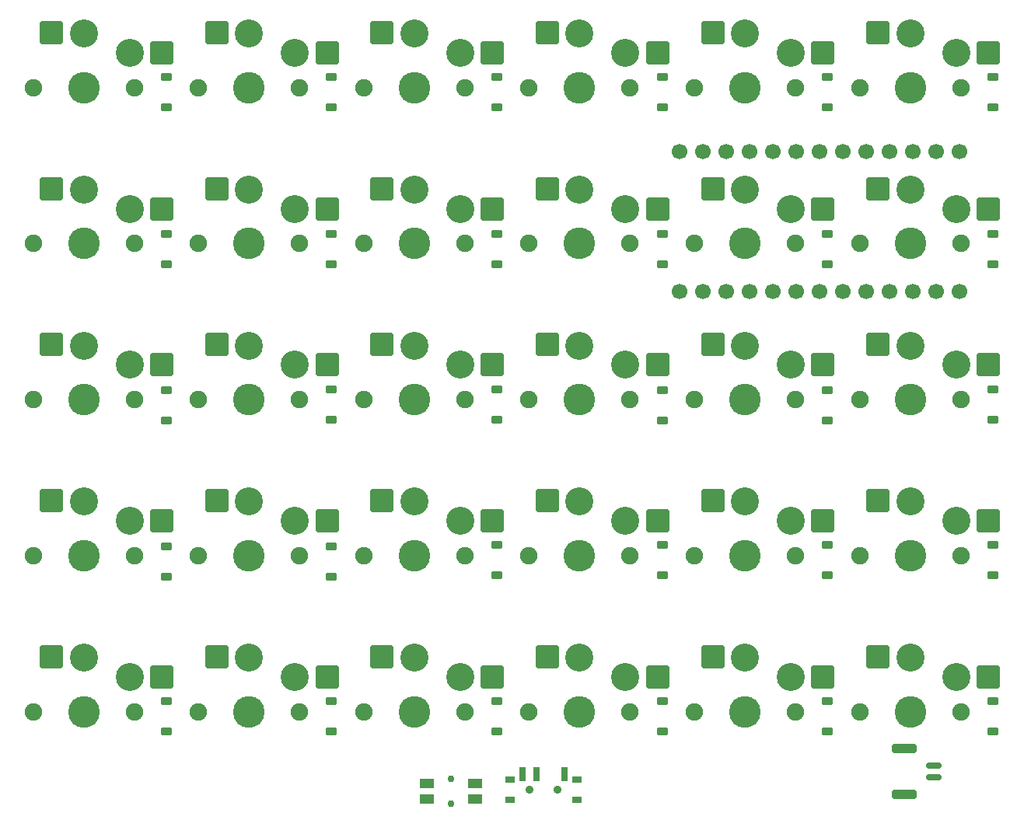
<source format=gbr>
G04 #@! TF.GenerationSoftware,KiCad,Pcbnew,9.0.0*
G04 #@! TF.CreationDate,2025-09-07T21:04:34+01:00*
G04 #@! TF.ProjectId,split_keyboard_1,73706c69-745f-46b6-9579-626f6172645f,rev?*
G04 #@! TF.SameCoordinates,Original*
G04 #@! TF.FileFunction,Soldermask,Bot*
G04 #@! TF.FilePolarity,Negative*
%FSLAX46Y46*%
G04 Gerber Fmt 4.6, Leading zero omitted, Abs format (unit mm)*
G04 Created by KiCad (PCBNEW 9.0.0) date 2025-09-07 21:04:34*
%MOMM*%
%LPD*%
G01*
G04 APERTURE LIST*
G04 Aperture macros list*
%AMRoundRect*
0 Rectangle with rounded corners*
0 $1 Rounding radius*
0 $2 $3 $4 $5 $6 $7 $8 $9 X,Y pos of 4 corners*
0 Add a 4 corners polygon primitive as box body*
4,1,4,$2,$3,$4,$5,$6,$7,$8,$9,$2,$3,0*
0 Add four circle primitives for the rounded corners*
1,1,$1+$1,$2,$3*
1,1,$1+$1,$4,$5*
1,1,$1+$1,$6,$7*
1,1,$1+$1,$8,$9*
0 Add four rect primitives between the rounded corners*
20,1,$1+$1,$2,$3,$4,$5,0*
20,1,$1+$1,$4,$5,$6,$7,0*
20,1,$1+$1,$6,$7,$8,$9,0*
20,1,$1+$1,$8,$9,$2,$3,0*%
G04 Aperture macros list end*
%ADD10C,1.900000*%
%ADD11C,3.050000*%
%ADD12C,3.450000*%
%ADD13RoundRect,0.250000X-1.025000X-1.000000X1.025000X-1.000000X1.025000X1.000000X-1.025000X1.000000X0*%
%ADD14C,1.700000*%
%ADD15RoundRect,0.225000X0.375000X-0.225000X0.375000X0.225000X-0.375000X0.225000X-0.375000X-0.225000X0*%
%ADD16C,0.900000*%
%ADD17R,0.700000X1.500000*%
%ADD18R,1.000000X0.800000*%
%ADD19C,0.750000*%
%ADD20R,1.550000X1.000000*%
%ADD21RoundRect,0.150000X0.700000X-0.150000X0.700000X0.150000X-0.700000X0.150000X-0.700000X-0.150000X0*%
%ADD22RoundRect,0.250000X1.100000X-0.250000X1.100000X0.250000X-1.100000X0.250000X-1.100000X-0.250000X0*%
G04 APERTURE END LIST*
D10*
X166250000Y-69000000D03*
D11*
X171750000Y-63100000D03*
D12*
X171750000Y-69000000D03*
D11*
X176750000Y-65200000D03*
D10*
X177250000Y-69000000D03*
D13*
X168250000Y-63000000D03*
X180250000Y-65200000D03*
D10*
X112250000Y-120000000D03*
D11*
X117750000Y-114100000D03*
D12*
X117750000Y-120000000D03*
D11*
X122750000Y-116200000D03*
D10*
X123250000Y-120000000D03*
D13*
X114250000Y-114000000D03*
X126250000Y-116200000D03*
D10*
X94250000Y-69000000D03*
D11*
X99750000Y-63100000D03*
D12*
X99750000Y-69000000D03*
D11*
X104750000Y-65200000D03*
D10*
X105250000Y-69000000D03*
D13*
X96250000Y-63000000D03*
X108250000Y-65200000D03*
D10*
X148250000Y-86000000D03*
D11*
X153750000Y-80100000D03*
D12*
X153750000Y-86000000D03*
D11*
X158750000Y-82200000D03*
D10*
X159250000Y-86000000D03*
D13*
X150250000Y-80000000D03*
X162250000Y-82200000D03*
D10*
X112250000Y-103000000D03*
D11*
X117750000Y-97100000D03*
D12*
X117750000Y-103000000D03*
D11*
X122750000Y-99200000D03*
D10*
X123250000Y-103000000D03*
D13*
X114250000Y-97000000D03*
X126250000Y-99200000D03*
D10*
X166250000Y-86000000D03*
D11*
X171750000Y-80100000D03*
D12*
X171750000Y-86000000D03*
D11*
X176750000Y-82200000D03*
D10*
X177250000Y-86000000D03*
D13*
X168250000Y-80000000D03*
X180250000Y-82200000D03*
D10*
X166250000Y-103000000D03*
D11*
X171750000Y-97100000D03*
D12*
X171750000Y-103000000D03*
D11*
X176750000Y-99200000D03*
D10*
X177250000Y-103000000D03*
D13*
X168250000Y-97000000D03*
X180250000Y-99200000D03*
D10*
X130250000Y-86000000D03*
D11*
X135750000Y-80100000D03*
D12*
X135750000Y-86000000D03*
D11*
X140750000Y-82200000D03*
D10*
X141250000Y-86000000D03*
D13*
X132250000Y-80000000D03*
X144250000Y-82200000D03*
D10*
X148250000Y-137000000D03*
D11*
X153750000Y-131100000D03*
D12*
X153750000Y-137000000D03*
D11*
X158750000Y-133200000D03*
D10*
X159250000Y-137000000D03*
D13*
X150250000Y-131000000D03*
X162250000Y-133200000D03*
D10*
X130250000Y-120000000D03*
D11*
X135750000Y-114100000D03*
D12*
X135750000Y-120000000D03*
D11*
X140750000Y-116200000D03*
D10*
X141250000Y-120000000D03*
D13*
X132250000Y-114000000D03*
X144250000Y-116200000D03*
D10*
X166250000Y-120000000D03*
D11*
X171750000Y-114100000D03*
D12*
X171750000Y-120000000D03*
D11*
X176750000Y-116200000D03*
D10*
X177250000Y-120000000D03*
D13*
X168250000Y-114000000D03*
X180250000Y-116200000D03*
D10*
X130250000Y-137000000D03*
D11*
X135750000Y-131100000D03*
D12*
X135750000Y-137000000D03*
D11*
X140750000Y-133200000D03*
D10*
X141250000Y-137000000D03*
D13*
X132250000Y-131000000D03*
X144250000Y-133200000D03*
D10*
X130250000Y-69000000D03*
D11*
X135750000Y-63100000D03*
D12*
X135750000Y-69000000D03*
D11*
X140750000Y-65200000D03*
D10*
X141250000Y-69000000D03*
D13*
X132250000Y-63000000D03*
X144250000Y-65200000D03*
D10*
X148250000Y-69000000D03*
D11*
X153750000Y-63100000D03*
D12*
X153750000Y-69000000D03*
D11*
X158750000Y-65200000D03*
D10*
X159250000Y-69000000D03*
D13*
X150250000Y-63000000D03*
X162250000Y-65200000D03*
D10*
X112250000Y-69000000D03*
D11*
X117750000Y-63100000D03*
D12*
X117750000Y-69000000D03*
D11*
X122750000Y-65200000D03*
D10*
X123250000Y-69000000D03*
D13*
X114250000Y-63000000D03*
X126250000Y-65200000D03*
D10*
X184250000Y-120000000D03*
D11*
X189750000Y-114100000D03*
D12*
X189750000Y-120000000D03*
D11*
X194750000Y-116200000D03*
D10*
X195250000Y-120000000D03*
D13*
X186250000Y-114000000D03*
X198250000Y-116200000D03*
D10*
X184250000Y-103000000D03*
D11*
X189750000Y-97100000D03*
D12*
X189750000Y-103000000D03*
D11*
X194750000Y-99200000D03*
D10*
X195250000Y-103000000D03*
D13*
X186250000Y-97000000D03*
X198250000Y-99200000D03*
D10*
X148250000Y-120000000D03*
D11*
X153750000Y-114100000D03*
D12*
X153750000Y-120000000D03*
D11*
X158750000Y-116200000D03*
D10*
X159250000Y-120000000D03*
D13*
X150250000Y-114000000D03*
X162250000Y-116200000D03*
D10*
X94250000Y-86000000D03*
D11*
X99750000Y-80100000D03*
D12*
X99750000Y-86000000D03*
D11*
X104750000Y-82200000D03*
D10*
X105250000Y-86000000D03*
D13*
X96250000Y-80000000D03*
X108250000Y-82200000D03*
D10*
X148250000Y-103000000D03*
D11*
X153750000Y-97100000D03*
D12*
X153750000Y-103000000D03*
D11*
X158750000Y-99200000D03*
D10*
X159250000Y-103000000D03*
D13*
X150250000Y-97000000D03*
X162250000Y-99200000D03*
D10*
X112250000Y-86000000D03*
D11*
X117750000Y-80100000D03*
D12*
X117750000Y-86000000D03*
D11*
X122750000Y-82200000D03*
D10*
X123250000Y-86000000D03*
D13*
X114250000Y-80000000D03*
X126250000Y-82200000D03*
D10*
X130250000Y-103000000D03*
D11*
X135750000Y-97100000D03*
D12*
X135750000Y-103000000D03*
D11*
X140750000Y-99200000D03*
D10*
X141250000Y-103000000D03*
D13*
X132250000Y-97000000D03*
X144250000Y-99200000D03*
D10*
X184250000Y-137000000D03*
D11*
X189750000Y-131100000D03*
D12*
X189750000Y-137000000D03*
D11*
X194750000Y-133200000D03*
D10*
X195250000Y-137000000D03*
D13*
X186250000Y-131000000D03*
X198250000Y-133200000D03*
D10*
X94250000Y-137000000D03*
D11*
X99750000Y-131100000D03*
D12*
X99750000Y-137000000D03*
D11*
X104750000Y-133200000D03*
D10*
X105250000Y-137000000D03*
D13*
X96250000Y-131000000D03*
X108250000Y-133200000D03*
D10*
X112250000Y-137000000D03*
D11*
X117750000Y-131100000D03*
D12*
X117750000Y-137000000D03*
D11*
X122750000Y-133200000D03*
D10*
X123250000Y-137000000D03*
D13*
X114250000Y-131000000D03*
X126250000Y-133200000D03*
D10*
X94250000Y-103000000D03*
D11*
X99750000Y-97100000D03*
D12*
X99750000Y-103000000D03*
D11*
X104750000Y-99200000D03*
D10*
X105250000Y-103000000D03*
D13*
X96250000Y-97000000D03*
X108250000Y-99200000D03*
D10*
X94250000Y-120000000D03*
D11*
X99750000Y-114100000D03*
D12*
X99750000Y-120000000D03*
D11*
X104750000Y-116200000D03*
D10*
X105250000Y-120000000D03*
D13*
X96250000Y-114000000D03*
X108250000Y-116200000D03*
D10*
X184250000Y-86000000D03*
D11*
X189750000Y-80100000D03*
D12*
X189750000Y-86000000D03*
D11*
X194750000Y-82200000D03*
D10*
X195250000Y-86000000D03*
D13*
X186250000Y-80000000D03*
X198250000Y-82200000D03*
D10*
X184250000Y-69000000D03*
D11*
X189750000Y-63100000D03*
D12*
X189750000Y-69000000D03*
D11*
X194750000Y-65200000D03*
D10*
X195250000Y-69000000D03*
D13*
X186250000Y-63000000D03*
X198250000Y-65200000D03*
D10*
X166250000Y-137000000D03*
D11*
X171750000Y-131100000D03*
D12*
X171750000Y-137000000D03*
D11*
X176750000Y-133200000D03*
D10*
X177250000Y-137000000D03*
D13*
X168250000Y-131000000D03*
X180250000Y-133200000D03*
D14*
X164670000Y-76000000D03*
X167210000Y-76000000D03*
X169750000Y-76000000D03*
X172290000Y-76000000D03*
X174830000Y-76000000D03*
X177370000Y-76000000D03*
X179910000Y-76000000D03*
X182450000Y-76000000D03*
X184990000Y-76000000D03*
X187530000Y-76000000D03*
X190070000Y-76000000D03*
X192610000Y-76000000D03*
X195150000Y-76000000D03*
X164670000Y-91240000D03*
X167210000Y-91240000D03*
X169750000Y-91240000D03*
X172290000Y-91240000D03*
X174830000Y-91240000D03*
X177370000Y-91240000D03*
X179910000Y-91240000D03*
X182450000Y-91240000D03*
X184990000Y-91240000D03*
X187530000Y-91240000D03*
X190070000Y-91240000D03*
X192610000Y-91240000D03*
X195150000Y-91240000D03*
D15*
X162750000Y-122150000D03*
X162750000Y-118850000D03*
X108750000Y-88250000D03*
X108750000Y-84950000D03*
D16*
X151320000Y-145500000D03*
X148320000Y-145500000D03*
D17*
X152070000Y-143750000D03*
X149070000Y-143750000D03*
X147570000Y-143750000D03*
D18*
X153470000Y-144400000D03*
X153470000Y-146600000D03*
X146170000Y-144400000D03*
X146170000Y-146600000D03*
D15*
X126750000Y-122250000D03*
X126750000Y-118950000D03*
X180750000Y-105250000D03*
X180750000Y-101950000D03*
X144750000Y-71150000D03*
X144750000Y-67850000D03*
X180750000Y-88250000D03*
X180750000Y-84950000D03*
X180750000Y-71150000D03*
X180750000Y-67850000D03*
X198750000Y-88250000D03*
X198750000Y-84950000D03*
X198750000Y-122150000D03*
X198750000Y-118850000D03*
X108750000Y-139150000D03*
X108750000Y-135850000D03*
X162750000Y-71150000D03*
X162750000Y-67850000D03*
X198750000Y-139150000D03*
X198750000Y-135850000D03*
D19*
X139750000Y-147025000D03*
X139750000Y-144275000D03*
D20*
X137125000Y-144800000D03*
X137125000Y-146500000D03*
X142375000Y-144800000D03*
X142375000Y-146500000D03*
D15*
X108750000Y-71150000D03*
X108750000Y-67850000D03*
X144750000Y-105150000D03*
X144750000Y-101850000D03*
X126750000Y-105150000D03*
X126750000Y-101850000D03*
X144750000Y-88250000D03*
X144750000Y-84950000D03*
X126750000Y-88250000D03*
X126750000Y-84950000D03*
X162750000Y-139150000D03*
X162750000Y-135850000D03*
X144750000Y-139150000D03*
X144750000Y-135850000D03*
X126750000Y-71150000D03*
X126750000Y-67850000D03*
X162750000Y-105250000D03*
X162750000Y-101950000D03*
D21*
X192350000Y-144125000D03*
X192350000Y-142875000D03*
D22*
X189150000Y-145975000D03*
X189150000Y-141025000D03*
D15*
X180750000Y-122150000D03*
X180750000Y-118850000D03*
X162750000Y-88250000D03*
X162750000Y-84950000D03*
X180750000Y-139150000D03*
X180750000Y-135850000D03*
X144750000Y-122150000D03*
X144750000Y-118850000D03*
X126750000Y-139150000D03*
X126750000Y-135850000D03*
X108750000Y-105250000D03*
X108750000Y-101950000D03*
X198750000Y-105150000D03*
X198750000Y-101850000D03*
X198750000Y-71150000D03*
X198750000Y-67850000D03*
X108750000Y-122300000D03*
X108750000Y-119000000D03*
M02*

</source>
